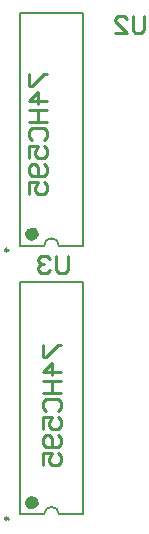
<source format=gbo>
%FSTAX23Y23*%
%MOIN*%
%SFA1B1*%

%IPPOS*%
%ADD10C,0.009840*%
%ADD11C,0.010000*%
%ADD26C,0.023620*%
%ADD27C,0.007870*%
%LNeeprom_programmer-1*%
%LPD*%
G54D10*
X03769Y01678D02*
D01*
D01*
G75*
G03X0376I-00004J0D01*
G74*G01*
D01*
G75*
G03X03769I00004J0D01*
G74*G01*
Y02573D02*
D01*
D01*
G75*
G03X0376I-00004J0D01*
G74*G01*
D01*
G75*
G03X03769I00004J0D01*
G74*G01*
G54D11*
X0384Y0316D02*
Y0312D01*
X0385*
X0389Y0316*
X039*
Y0307D02*
X0384D01*
X0387Y031*
Y0306*
X0384Y0304D02*
X039D01*
X0387*
Y03*
X0384*
X039*
X0385Y0294D02*
X0384Y0295D01*
Y0297*
X0385Y0298*
X0389*
X039Y0297*
Y0295*
X0389Y0294*
X0384Y0288D02*
Y0292D01*
X0387*
X0386Y029*
Y0289*
X0387Y0288*
X0389*
X039Y0289*
Y0291*
X0389Y0292*
Y0286D02*
X039Y0285D01*
Y0283*
X0389Y0282*
X0385*
X0384Y0283*
Y0285*
X0385Y0286*
X0386*
X0387Y0285*
Y0282*
X0384Y0276D02*
Y028D01*
X0387*
X0386Y0278*
Y0277*
X0387Y0276*
X0389*
X039Y0277*
Y0279*
X0389Y028*
X03885Y02255D02*
Y02215D01*
X03895*
X03935Y02255*
X03945*
Y02165D02*
X03885D01*
X03915Y02195*
Y02155*
X03885Y02135D02*
X03945D01*
X03915*
Y02095*
X03885*
X03945*
X03895Y02035D02*
X03885Y02045D01*
Y02065*
X03895Y02075*
X03935*
X03945Y02065*
Y02045*
X03935Y02035*
X03885Y01975D02*
Y02015D01*
X03915*
X03905Y01995*
Y01985*
X03915Y01975*
X03935*
X03945Y01985*
Y02005*
X03935Y02015*
Y01955D02*
X03945Y01945D01*
Y01925*
X03935Y01915*
X03895*
X03885Y01925*
Y01945*
X03895Y01955*
X03905*
X03915Y01945*
Y01915*
X03885Y01855D02*
Y01895D01*
X03915*
X03905Y01875*
Y01865*
X03915Y01855*
X03935*
X03945Y01865*
Y01885*
X03935Y01895*
X03969Y02554D02*
Y02505D01*
X03959Y02495*
X03939*
X0393Y02505*
Y02554*
X0391Y02544D02*
X039Y02554D01*
X0388*
X0387Y02544*
Y02535*
X0388Y02525*
X0389*
X0388*
X0387Y02515*
Y02505*
X0388Y02495*
X039*
X0391Y02505*
X04224Y03354D02*
Y03305D01*
X04214Y03295*
X04194*
X04185Y03305*
Y03354*
X04125Y03295D02*
X04165D01*
X04125Y03335*
Y03344*
X04135Y03354*
X04155*
X04165Y03344*
G54D26*
X03861Y01731D02*
D01*
D01*
G75*
G03X03838I-00011J0D01*
G74*G01*
D01*
G75*
G03X03861I00011J0D01*
G74*G01*
Y02626D02*
D01*
D01*
G75*
G03X03838I-00011J0D01*
G74*G01*
D01*
G75*
G03X03861I00011J0D01*
G74*G01*
G54D27*
X0394Y01692D02*
D01*
D01*
G75*
G03X0389I-00025J0D01*
G74*G01*
X0394Y02587D02*
D01*
D01*
G75*
G03X0389I-00025J0D01*
G74*G01*
X0381Y02467D02*
X04019D01*
X0394Y01692D02*
X04019D01*
X0381D02*
X0389D01*
X04019D02*
Y02467D01*
X0381Y01692D02*
Y02467D01*
Y03362D02*
X04019D01*
X0394Y02587D02*
X04019D01*
X0381D02*
X0389D01*
X04019D02*
Y03362D01*
X0381Y02587D02*
Y03362D01*
M02*
</source>
